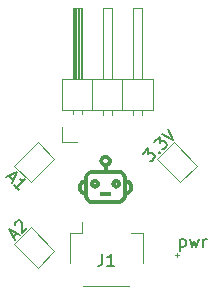
<source format=gto>
G04 #@! TF.GenerationSoftware,KiCad,Pcbnew,(5.1.5-0-10_14)*
G04 #@! TF.CreationDate,2020-09-28T19:56:29+02:00*
G04 #@! TF.ProjectId,Encoder,456e636f-6465-4722-9e6b-696361645f70,1.1*
G04 #@! TF.SameCoordinates,Original*
G04 #@! TF.FileFunction,Legend,Top*
G04 #@! TF.FilePolarity,Positive*
%FSLAX46Y46*%
G04 Gerber Fmt 4.6, Leading zero omitted, Abs format (unit mm)*
G04 Created by KiCad (PCBNEW (5.1.5-0-10_14)) date 2020-09-28 19:56:29*
%MOMM*%
%LPD*%
G04 APERTURE LIST*
%ADD10C,0.150000*%
%ADD11C,0.100000*%
%ADD12C,0.010000*%
%ADD13C,0.120000*%
G04 APERTURE END LIST*
D10*
X123440380Y-96197714D02*
X123440380Y-97197714D01*
X123440380Y-96245333D02*
X123535619Y-96197714D01*
X123726095Y-96197714D01*
X123821333Y-96245333D01*
X123868952Y-96292952D01*
X123916571Y-96388190D01*
X123916571Y-96673904D01*
X123868952Y-96769142D01*
X123821333Y-96816761D01*
X123726095Y-96864380D01*
X123535619Y-96864380D01*
X123440380Y-96816761D01*
X124249904Y-96197714D02*
X124440380Y-96864380D01*
X124630857Y-96388190D01*
X124821333Y-96864380D01*
X125011809Y-96197714D01*
X125392761Y-96864380D02*
X125392761Y-96197714D01*
X125392761Y-96388190D02*
X125440380Y-96292952D01*
X125488000Y-96245333D01*
X125583238Y-96197714D01*
X125678476Y-96197714D01*
D11*
X122997523Y-97547714D02*
X123378476Y-97547714D01*
X123188000Y-97738190D02*
X123188000Y-97357238D01*
D10*
X120256950Y-88968599D02*
X120694683Y-88530866D01*
X120728355Y-89035942D01*
X120829370Y-88934927D01*
X120930385Y-88901255D01*
X120997729Y-88901255D01*
X121098744Y-88934927D01*
X121267103Y-89103286D01*
X121300774Y-89204301D01*
X121300774Y-89271644D01*
X121267103Y-89372660D01*
X121065072Y-89574690D01*
X120964057Y-89608362D01*
X120896713Y-89608362D01*
X121637492Y-88867583D02*
X121704835Y-88867583D01*
X121704835Y-88934927D01*
X121637492Y-88934927D01*
X121637492Y-88867583D01*
X121704835Y-88934927D01*
X121267103Y-87958446D02*
X121704835Y-87520713D01*
X121738507Y-88025790D01*
X121839522Y-87924774D01*
X121940538Y-87891103D01*
X122007881Y-87891103D01*
X122108896Y-87924774D01*
X122277255Y-88093133D01*
X122310927Y-88194148D01*
X122310927Y-88261492D01*
X122277255Y-88362507D01*
X122075225Y-88564538D01*
X121974209Y-88598209D01*
X121906866Y-88598209D01*
X121906866Y-87318683D02*
X122849675Y-87790087D01*
X122378270Y-86847278D01*
D12*
G36*
X117185813Y-89078727D02*
G01*
X117274492Y-89105754D01*
X117356214Y-89151470D01*
X117432220Y-89216424D01*
X117441277Y-89225813D01*
X117496120Y-89294035D01*
X117534130Y-89366369D01*
X117556500Y-89446251D01*
X117564428Y-89537117D01*
X117563802Y-89577832D01*
X117561144Y-89626676D01*
X117556585Y-89662803D01*
X117548295Y-89693815D01*
X117534443Y-89727313D01*
X117521155Y-89754900D01*
X117469950Y-89838937D01*
X117406455Y-89907385D01*
X117328771Y-89962118D01*
X117291514Y-89981440D01*
X117210471Y-90019800D01*
X117210195Y-90179820D01*
X117209920Y-90339840D01*
X117705220Y-90340016D01*
X117827095Y-90340140D01*
X117930638Y-90340523D01*
X118017835Y-90341319D01*
X118090672Y-90342683D01*
X118151137Y-90344769D01*
X118201215Y-90347733D01*
X118242894Y-90351728D01*
X118278160Y-90356911D01*
X118309001Y-90363434D01*
X118337402Y-90371454D01*
X118365351Y-90381124D01*
X118394834Y-90392601D01*
X118398281Y-90393990D01*
X118485129Y-90434841D01*
X118562410Y-90484609D01*
X118637244Y-90548025D01*
X118653153Y-90563360D01*
X118735560Y-90657663D01*
X118799593Y-90760636D01*
X118839969Y-90856145D01*
X118857983Y-90919449D01*
X118872764Y-90990991D01*
X118882734Y-91061740D01*
X118886320Y-91121764D01*
X118887879Y-91147382D01*
X118896524Y-91159841D01*
X118918203Y-91166270D01*
X118924420Y-91167422D01*
X118971138Y-91181054D01*
X119026766Y-91205237D01*
X119085289Y-91236730D01*
X119140698Y-91272289D01*
X119186981Y-91308672D01*
X119188044Y-91309632D01*
X119254196Y-91379786D01*
X119312251Y-91461103D01*
X119357513Y-91546610D01*
X119371777Y-91582650D01*
X119390854Y-91656344D01*
X119401502Y-91740670D01*
X119403313Y-91827594D01*
X119395882Y-91909078D01*
X119389839Y-91940040D01*
X119355383Y-92043737D01*
X119303380Y-92140275D01*
X119236023Y-92227306D01*
X119155506Y-92302481D01*
X119064023Y-92363453D01*
X118963768Y-92407873D01*
X118947849Y-92413043D01*
X118916188Y-92424774D01*
X118893002Y-92436939D01*
X118885128Y-92444267D01*
X118880292Y-92460767D01*
X118874004Y-92491060D01*
X118867571Y-92528808D01*
X118867154Y-92531531D01*
X118840587Y-92640373D01*
X118795662Y-92744248D01*
X118734122Y-92841159D01*
X118657712Y-92929109D01*
X118568174Y-93006100D01*
X118467254Y-93070136D01*
X118356694Y-93119217D01*
X118352920Y-93120553D01*
X118271640Y-93149080D01*
X117113400Y-93150938D01*
X116927705Y-93151194D01*
X116761306Y-93151328D01*
X116613178Y-93151330D01*
X116482296Y-93151191D01*
X116367636Y-93150900D01*
X116268173Y-93150449D01*
X116182883Y-93149826D01*
X116110741Y-93149023D01*
X116050724Y-93148031D01*
X116001806Y-93146838D01*
X115962963Y-93145435D01*
X115933170Y-93143814D01*
X115911404Y-93141963D01*
X115896639Y-93139873D01*
X115894200Y-93139374D01*
X115783514Y-93105291D01*
X115679482Y-93054326D01*
X115584082Y-92988537D01*
X115499295Y-92909979D01*
X115427101Y-92820708D01*
X115369479Y-92722779D01*
X115328410Y-92618250D01*
X115308845Y-92531531D01*
X115302450Y-92493502D01*
X115296110Y-92462490D01*
X115291131Y-92444833D01*
X115290871Y-92444267D01*
X115277988Y-92433823D01*
X115251901Y-92421459D01*
X115228150Y-92413043D01*
X115138958Y-92378080D01*
X115057795Y-92329852D01*
X114979815Y-92265335D01*
X114959254Y-92245310D01*
X114885903Y-92160655D01*
X114831590Y-92071996D01*
X114795442Y-91977054D01*
X114776585Y-91873550D01*
X114774263Y-91773106D01*
X115018299Y-91773106D01*
X115023007Y-91853119D01*
X115023197Y-91854151D01*
X115048697Y-91943107D01*
X115089541Y-92020416D01*
X115135971Y-92075925D01*
X115167798Y-92103581D01*
X115203950Y-92129948D01*
X115239177Y-92151695D01*
X115268229Y-92165490D01*
X115282060Y-92168631D01*
X115283785Y-92158846D01*
X115285374Y-92130977D01*
X115286781Y-92087261D01*
X115287960Y-92029932D01*
X115288866Y-91961229D01*
X115289454Y-91883386D01*
X115289679Y-91798640D01*
X115289680Y-91792720D01*
X115289538Y-91707587D01*
X115289137Y-91629207D01*
X115288507Y-91559814D01*
X115287680Y-91501645D01*
X115287662Y-91500824D01*
X115545260Y-91500824D01*
X115545471Y-91647018D01*
X115545896Y-91778108D01*
X115548760Y-92509000D01*
X115572692Y-92568336D01*
X115620893Y-92662437D01*
X115683619Y-92743517D01*
X115759243Y-92810202D01*
X115846139Y-92861117D01*
X115942680Y-92894889D01*
X115965320Y-92899936D01*
X115982270Y-92901301D01*
X116017894Y-92902558D01*
X116070544Y-92903708D01*
X116138573Y-92904749D01*
X116220335Y-92905681D01*
X116314182Y-92906502D01*
X116418469Y-92907214D01*
X116531547Y-92907814D01*
X116651772Y-92908302D01*
X116777495Y-92908677D01*
X116907069Y-92908940D01*
X117038849Y-92909088D01*
X117171187Y-92909122D01*
X117302437Y-92909041D01*
X117430951Y-92908844D01*
X117555084Y-92908530D01*
X117673187Y-92908099D01*
X117783615Y-92907550D01*
X117884721Y-92906883D01*
X117974857Y-92906096D01*
X118052377Y-92905189D01*
X118115635Y-92904162D01*
X118162983Y-92903014D01*
X118192775Y-92901744D01*
X118202014Y-92900839D01*
X118302770Y-92871864D01*
X118393507Y-92825636D01*
X118472854Y-92763291D01*
X118539441Y-92685965D01*
X118591899Y-92594793D01*
X118603307Y-92568336D01*
X118627240Y-92509000D01*
X118630068Y-91786918D01*
X118886320Y-91786918D01*
X118886320Y-92170009D01*
X118909180Y-92163365D01*
X118929503Y-92154282D01*
X118959333Y-92137356D01*
X118986977Y-92119702D01*
X119052323Y-92064274D01*
X119102104Y-91998280D01*
X119136092Y-91924482D01*
X119154060Y-91845646D01*
X119155780Y-91764533D01*
X119141025Y-91683909D01*
X119109565Y-91606536D01*
X119061174Y-91535177D01*
X119037301Y-91509211D01*
X119011071Y-91486374D01*
X118978114Y-91462270D01*
X118943868Y-91440353D01*
X118913770Y-91424075D01*
X118893260Y-91416887D01*
X118891737Y-91416800D01*
X118890511Y-91426587D01*
X118889383Y-91454460D01*
X118888383Y-91498185D01*
X118887545Y-91555528D01*
X118886900Y-91624253D01*
X118886481Y-91702128D01*
X118886320Y-91786918D01*
X118630068Y-91786918D01*
X118630103Y-91778108D01*
X118630599Y-91609897D01*
X118630690Y-91461966D01*
X118630376Y-91334280D01*
X118629655Y-91226804D01*
X118628528Y-91139501D01*
X118626994Y-91072338D01*
X118625053Y-91025277D01*
X118622705Y-90998284D01*
X118622153Y-90995128D01*
X118593381Y-90905147D01*
X118546852Y-90821381D01*
X118484771Y-90746269D01*
X118409347Y-90682251D01*
X118322787Y-90631765D01*
X118275567Y-90612195D01*
X118210680Y-90588760D01*
X117148960Y-90585810D01*
X116966065Y-90585406D01*
X116796705Y-90585243D01*
X116641591Y-90585317D01*
X116501436Y-90585623D01*
X116376950Y-90586158D01*
X116268845Y-90586916D01*
X116177834Y-90587892D01*
X116104628Y-90589083D01*
X116049939Y-90590484D01*
X116014479Y-90592091D01*
X116003699Y-90593027D01*
X115908158Y-90612103D01*
X115823591Y-90645754D01*
X115745942Y-90696001D01*
X115682906Y-90752702D01*
X115639044Y-90806665D01*
X115599586Y-90872577D01*
X115569011Y-90942069D01*
X115554263Y-90993120D01*
X115551817Y-91013902D01*
X115549767Y-91051099D01*
X115548107Y-91105212D01*
X115546832Y-91176740D01*
X115545936Y-91266185D01*
X115545414Y-91374046D01*
X115545260Y-91500824D01*
X115287662Y-91500824D01*
X115286690Y-91456937D01*
X115285568Y-91427925D01*
X115284347Y-91416846D01*
X115284262Y-91416800D01*
X115272903Y-91421030D01*
X115249467Y-91431909D01*
X115229661Y-91441722D01*
X115162136Y-91486720D01*
X115105417Y-91545994D01*
X115061325Y-91615907D01*
X115031678Y-91692823D01*
X115018299Y-91773106D01*
X114774263Y-91773106D01*
X114774011Y-91762240D01*
X114787675Y-91648454D01*
X114818953Y-91544407D01*
X114868374Y-91448961D01*
X114936471Y-91360981D01*
X114983749Y-91313827D01*
X115032241Y-91274847D01*
X115089319Y-91237465D01*
X115149106Y-91204906D01*
X115205722Y-91180396D01*
X115250147Y-91167691D01*
X115286814Y-91161076D01*
X115293526Y-91073764D01*
X115306584Y-90967277D01*
X115329005Y-90873731D01*
X115360413Y-90791184D01*
X115419669Y-90684678D01*
X115495208Y-90588976D01*
X115585058Y-90505954D01*
X115687247Y-90437489D01*
X115777718Y-90393990D01*
X115807494Y-90382304D01*
X115835515Y-90372441D01*
X115863768Y-90364246D01*
X115894240Y-90357564D01*
X115928918Y-90352241D01*
X115969789Y-90348122D01*
X116018839Y-90345052D01*
X116078055Y-90342876D01*
X116149424Y-90341440D01*
X116234932Y-90340588D01*
X116336566Y-90340167D01*
X116456313Y-90340022D01*
X116470780Y-90340016D01*
X116966080Y-90339840D01*
X116965528Y-90019800D01*
X116884485Y-89981440D01*
X116800285Y-89931900D01*
X116731071Y-89869431D01*
X116674943Y-89792160D01*
X116654844Y-89754900D01*
X116636246Y-89715490D01*
X116624437Y-89683656D01*
X116617583Y-89651793D01*
X116613856Y-89612302D01*
X116612197Y-89577832D01*
X116612530Y-89568150D01*
X116855793Y-89568150D01*
X116861296Y-89600799D01*
X116875985Y-89638563D01*
X116877225Y-89641284D01*
X116914373Y-89700143D01*
X116963500Y-89743746D01*
X117021880Y-89770863D01*
X117086786Y-89780263D01*
X117155493Y-89770713D01*
X117160558Y-89769248D01*
X117212102Y-89744151D01*
X117258263Y-89703541D01*
X117293930Y-89652223D01*
X117301119Y-89637106D01*
X117318063Y-89573666D01*
X117316163Y-89509976D01*
X117296560Y-89449463D01*
X117260395Y-89395553D01*
X117208809Y-89351673D01*
X117205368Y-89349508D01*
X117173246Y-89331783D01*
X117144158Y-89322451D01*
X117108627Y-89319031D01*
X117088000Y-89318760D01*
X117046473Y-89320329D01*
X117015657Y-89326691D01*
X116986074Y-89340330D01*
X116970631Y-89349508D01*
X116917545Y-89393749D01*
X116879817Y-89450085D01*
X116859376Y-89515444D01*
X116857514Y-89529500D01*
X116855793Y-89568150D01*
X116612530Y-89568150D01*
X116615664Y-89477192D01*
X116635175Y-89387952D01*
X116671495Y-89308115D01*
X116725391Y-89235681D01*
X116755047Y-89205474D01*
X116830351Y-89144479D01*
X116908339Y-89102443D01*
X116992337Y-89078017D01*
X117085668Y-89069848D01*
X117088938Y-89069839D01*
X117185813Y-89078727D01*
G37*
X117185813Y-89078727D02*
X117274492Y-89105754D01*
X117356214Y-89151470D01*
X117432220Y-89216424D01*
X117441277Y-89225813D01*
X117496120Y-89294035D01*
X117534130Y-89366369D01*
X117556500Y-89446251D01*
X117564428Y-89537117D01*
X117563802Y-89577832D01*
X117561144Y-89626676D01*
X117556585Y-89662803D01*
X117548295Y-89693815D01*
X117534443Y-89727313D01*
X117521155Y-89754900D01*
X117469950Y-89838937D01*
X117406455Y-89907385D01*
X117328771Y-89962118D01*
X117291514Y-89981440D01*
X117210471Y-90019800D01*
X117210195Y-90179820D01*
X117209920Y-90339840D01*
X117705220Y-90340016D01*
X117827095Y-90340140D01*
X117930638Y-90340523D01*
X118017835Y-90341319D01*
X118090672Y-90342683D01*
X118151137Y-90344769D01*
X118201215Y-90347733D01*
X118242894Y-90351728D01*
X118278160Y-90356911D01*
X118309001Y-90363434D01*
X118337402Y-90371454D01*
X118365351Y-90381124D01*
X118394834Y-90392601D01*
X118398281Y-90393990D01*
X118485129Y-90434841D01*
X118562410Y-90484609D01*
X118637244Y-90548025D01*
X118653153Y-90563360D01*
X118735560Y-90657663D01*
X118799593Y-90760636D01*
X118839969Y-90856145D01*
X118857983Y-90919449D01*
X118872764Y-90990991D01*
X118882734Y-91061740D01*
X118886320Y-91121764D01*
X118887879Y-91147382D01*
X118896524Y-91159841D01*
X118918203Y-91166270D01*
X118924420Y-91167422D01*
X118971138Y-91181054D01*
X119026766Y-91205237D01*
X119085289Y-91236730D01*
X119140698Y-91272289D01*
X119186981Y-91308672D01*
X119188044Y-91309632D01*
X119254196Y-91379786D01*
X119312251Y-91461103D01*
X119357513Y-91546610D01*
X119371777Y-91582650D01*
X119390854Y-91656344D01*
X119401502Y-91740670D01*
X119403313Y-91827594D01*
X119395882Y-91909078D01*
X119389839Y-91940040D01*
X119355383Y-92043737D01*
X119303380Y-92140275D01*
X119236023Y-92227306D01*
X119155506Y-92302481D01*
X119064023Y-92363453D01*
X118963768Y-92407873D01*
X118947849Y-92413043D01*
X118916188Y-92424774D01*
X118893002Y-92436939D01*
X118885128Y-92444267D01*
X118880292Y-92460767D01*
X118874004Y-92491060D01*
X118867571Y-92528808D01*
X118867154Y-92531531D01*
X118840587Y-92640373D01*
X118795662Y-92744248D01*
X118734122Y-92841159D01*
X118657712Y-92929109D01*
X118568174Y-93006100D01*
X118467254Y-93070136D01*
X118356694Y-93119217D01*
X118352920Y-93120553D01*
X118271640Y-93149080D01*
X117113400Y-93150938D01*
X116927705Y-93151194D01*
X116761306Y-93151328D01*
X116613178Y-93151330D01*
X116482296Y-93151191D01*
X116367636Y-93150900D01*
X116268173Y-93150449D01*
X116182883Y-93149826D01*
X116110741Y-93149023D01*
X116050724Y-93148031D01*
X116001806Y-93146838D01*
X115962963Y-93145435D01*
X115933170Y-93143814D01*
X115911404Y-93141963D01*
X115896639Y-93139873D01*
X115894200Y-93139374D01*
X115783514Y-93105291D01*
X115679482Y-93054326D01*
X115584082Y-92988537D01*
X115499295Y-92909979D01*
X115427101Y-92820708D01*
X115369479Y-92722779D01*
X115328410Y-92618250D01*
X115308845Y-92531531D01*
X115302450Y-92493502D01*
X115296110Y-92462490D01*
X115291131Y-92444833D01*
X115290871Y-92444267D01*
X115277988Y-92433823D01*
X115251901Y-92421459D01*
X115228150Y-92413043D01*
X115138958Y-92378080D01*
X115057795Y-92329852D01*
X114979815Y-92265335D01*
X114959254Y-92245310D01*
X114885903Y-92160655D01*
X114831590Y-92071996D01*
X114795442Y-91977054D01*
X114776585Y-91873550D01*
X114774263Y-91773106D01*
X115018299Y-91773106D01*
X115023007Y-91853119D01*
X115023197Y-91854151D01*
X115048697Y-91943107D01*
X115089541Y-92020416D01*
X115135971Y-92075925D01*
X115167798Y-92103581D01*
X115203950Y-92129948D01*
X115239177Y-92151695D01*
X115268229Y-92165490D01*
X115282060Y-92168631D01*
X115283785Y-92158846D01*
X115285374Y-92130977D01*
X115286781Y-92087261D01*
X115287960Y-92029932D01*
X115288866Y-91961229D01*
X115289454Y-91883386D01*
X115289679Y-91798640D01*
X115289680Y-91792720D01*
X115289538Y-91707587D01*
X115289137Y-91629207D01*
X115288507Y-91559814D01*
X115287680Y-91501645D01*
X115287662Y-91500824D01*
X115545260Y-91500824D01*
X115545471Y-91647018D01*
X115545896Y-91778108D01*
X115548760Y-92509000D01*
X115572692Y-92568336D01*
X115620893Y-92662437D01*
X115683619Y-92743517D01*
X115759243Y-92810202D01*
X115846139Y-92861117D01*
X115942680Y-92894889D01*
X115965320Y-92899936D01*
X115982270Y-92901301D01*
X116017894Y-92902558D01*
X116070544Y-92903708D01*
X116138573Y-92904749D01*
X116220335Y-92905681D01*
X116314182Y-92906502D01*
X116418469Y-92907214D01*
X116531547Y-92907814D01*
X116651772Y-92908302D01*
X116777495Y-92908677D01*
X116907069Y-92908940D01*
X117038849Y-92909088D01*
X117171187Y-92909122D01*
X117302437Y-92909041D01*
X117430951Y-92908844D01*
X117555084Y-92908530D01*
X117673187Y-92908099D01*
X117783615Y-92907550D01*
X117884721Y-92906883D01*
X117974857Y-92906096D01*
X118052377Y-92905189D01*
X118115635Y-92904162D01*
X118162983Y-92903014D01*
X118192775Y-92901744D01*
X118202014Y-92900839D01*
X118302770Y-92871864D01*
X118393507Y-92825636D01*
X118472854Y-92763291D01*
X118539441Y-92685965D01*
X118591899Y-92594793D01*
X118603307Y-92568336D01*
X118627240Y-92509000D01*
X118630068Y-91786918D01*
X118886320Y-91786918D01*
X118886320Y-92170009D01*
X118909180Y-92163365D01*
X118929503Y-92154282D01*
X118959333Y-92137356D01*
X118986977Y-92119702D01*
X119052323Y-92064274D01*
X119102104Y-91998280D01*
X119136092Y-91924482D01*
X119154060Y-91845646D01*
X119155780Y-91764533D01*
X119141025Y-91683909D01*
X119109565Y-91606536D01*
X119061174Y-91535177D01*
X119037301Y-91509211D01*
X119011071Y-91486374D01*
X118978114Y-91462270D01*
X118943868Y-91440353D01*
X118913770Y-91424075D01*
X118893260Y-91416887D01*
X118891737Y-91416800D01*
X118890511Y-91426587D01*
X118889383Y-91454460D01*
X118888383Y-91498185D01*
X118887545Y-91555528D01*
X118886900Y-91624253D01*
X118886481Y-91702128D01*
X118886320Y-91786918D01*
X118630068Y-91786918D01*
X118630103Y-91778108D01*
X118630599Y-91609897D01*
X118630690Y-91461966D01*
X118630376Y-91334280D01*
X118629655Y-91226804D01*
X118628528Y-91139501D01*
X118626994Y-91072338D01*
X118625053Y-91025277D01*
X118622705Y-90998284D01*
X118622153Y-90995128D01*
X118593381Y-90905147D01*
X118546852Y-90821381D01*
X118484771Y-90746269D01*
X118409347Y-90682251D01*
X118322787Y-90631765D01*
X118275567Y-90612195D01*
X118210680Y-90588760D01*
X117148960Y-90585810D01*
X116966065Y-90585406D01*
X116796705Y-90585243D01*
X116641591Y-90585317D01*
X116501436Y-90585623D01*
X116376950Y-90586158D01*
X116268845Y-90586916D01*
X116177834Y-90587892D01*
X116104628Y-90589083D01*
X116049939Y-90590484D01*
X116014479Y-90592091D01*
X116003699Y-90593027D01*
X115908158Y-90612103D01*
X115823591Y-90645754D01*
X115745942Y-90696001D01*
X115682906Y-90752702D01*
X115639044Y-90806665D01*
X115599586Y-90872577D01*
X115569011Y-90942069D01*
X115554263Y-90993120D01*
X115551817Y-91013902D01*
X115549767Y-91051099D01*
X115548107Y-91105212D01*
X115546832Y-91176740D01*
X115545936Y-91266185D01*
X115545414Y-91374046D01*
X115545260Y-91500824D01*
X115287662Y-91500824D01*
X115286690Y-91456937D01*
X115285568Y-91427925D01*
X115284347Y-91416846D01*
X115284262Y-91416800D01*
X115272903Y-91421030D01*
X115249467Y-91431909D01*
X115229661Y-91441722D01*
X115162136Y-91486720D01*
X115105417Y-91545994D01*
X115061325Y-91615907D01*
X115031678Y-91692823D01*
X115018299Y-91773106D01*
X114774263Y-91773106D01*
X114774011Y-91762240D01*
X114787675Y-91648454D01*
X114818953Y-91544407D01*
X114868374Y-91448961D01*
X114936471Y-91360981D01*
X114983749Y-91313827D01*
X115032241Y-91274847D01*
X115089319Y-91237465D01*
X115149106Y-91204906D01*
X115205722Y-91180396D01*
X115250147Y-91167691D01*
X115286814Y-91161076D01*
X115293526Y-91073764D01*
X115306584Y-90967277D01*
X115329005Y-90873731D01*
X115360413Y-90791184D01*
X115419669Y-90684678D01*
X115495208Y-90588976D01*
X115585058Y-90505954D01*
X115687247Y-90437489D01*
X115777718Y-90393990D01*
X115807494Y-90382304D01*
X115835515Y-90372441D01*
X115863768Y-90364246D01*
X115894240Y-90357564D01*
X115928918Y-90352241D01*
X115969789Y-90348122D01*
X116018839Y-90345052D01*
X116078055Y-90342876D01*
X116149424Y-90341440D01*
X116234932Y-90340588D01*
X116336566Y-90340167D01*
X116456313Y-90340022D01*
X116470780Y-90340016D01*
X116966080Y-90339840D01*
X116965528Y-90019800D01*
X116884485Y-89981440D01*
X116800285Y-89931900D01*
X116731071Y-89869431D01*
X116674943Y-89792160D01*
X116654844Y-89754900D01*
X116636246Y-89715490D01*
X116624437Y-89683656D01*
X116617583Y-89651793D01*
X116613856Y-89612302D01*
X116612197Y-89577832D01*
X116612530Y-89568150D01*
X116855793Y-89568150D01*
X116861296Y-89600799D01*
X116875985Y-89638563D01*
X116877225Y-89641284D01*
X116914373Y-89700143D01*
X116963500Y-89743746D01*
X117021880Y-89770863D01*
X117086786Y-89780263D01*
X117155493Y-89770713D01*
X117160558Y-89769248D01*
X117212102Y-89744151D01*
X117258263Y-89703541D01*
X117293930Y-89652223D01*
X117301119Y-89637106D01*
X117318063Y-89573666D01*
X117316163Y-89509976D01*
X117296560Y-89449463D01*
X117260395Y-89395553D01*
X117208809Y-89351673D01*
X117205368Y-89349508D01*
X117173246Y-89331783D01*
X117144158Y-89322451D01*
X117108627Y-89319031D01*
X117088000Y-89318760D01*
X117046473Y-89320329D01*
X117015657Y-89326691D01*
X116986074Y-89340330D01*
X116970631Y-89349508D01*
X116917545Y-89393749D01*
X116879817Y-89450085D01*
X116859376Y-89515444D01*
X116857514Y-89529500D01*
X116855793Y-89568150D01*
X116612530Y-89568150D01*
X116615664Y-89477192D01*
X116635175Y-89387952D01*
X116671495Y-89308115D01*
X116725391Y-89235681D01*
X116755047Y-89205474D01*
X116830351Y-89144479D01*
X116908339Y-89102443D01*
X116992337Y-89078017D01*
X117085668Y-89069848D01*
X117088938Y-89069839D01*
X117185813Y-89078727D01*
G36*
X117197648Y-92220074D02*
G01*
X117269977Y-92220995D01*
X117334828Y-92222394D01*
X117389111Y-92224273D01*
X117429740Y-92226630D01*
X117453625Y-92229466D01*
X117455646Y-92229953D01*
X117499414Y-92251753D01*
X117529917Y-92287255D01*
X117544393Y-92332837D01*
X117545200Y-92347368D01*
X117542299Y-92379576D01*
X117530839Y-92405313D01*
X117510430Y-92430409D01*
X117475660Y-92468360D01*
X117101490Y-92470862D01*
X117001891Y-92471423D01*
X116920589Y-92471599D01*
X116855562Y-92471326D01*
X116804788Y-92470540D01*
X116766247Y-92469174D01*
X116737917Y-92467164D01*
X116717776Y-92464446D01*
X116703805Y-92460955D01*
X116696318Y-92457870D01*
X116660744Y-92429810D01*
X116638436Y-92391059D01*
X116630542Y-92347050D01*
X116638214Y-92303222D01*
X116656853Y-92271316D01*
X116684369Y-92247638D01*
X116716900Y-92231007D01*
X116720353Y-92229953D01*
X116741340Y-92227042D01*
X116779553Y-92224610D01*
X116831904Y-92222656D01*
X116895306Y-92221182D01*
X116966669Y-92220186D01*
X117042906Y-92219670D01*
X117120928Y-92219633D01*
X117197648Y-92220074D01*
G37*
X117197648Y-92220074D02*
X117269977Y-92220995D01*
X117334828Y-92222394D01*
X117389111Y-92224273D01*
X117429740Y-92226630D01*
X117453625Y-92229466D01*
X117455646Y-92229953D01*
X117499414Y-92251753D01*
X117529917Y-92287255D01*
X117544393Y-92332837D01*
X117545200Y-92347368D01*
X117542299Y-92379576D01*
X117530839Y-92405313D01*
X117510430Y-92430409D01*
X117475660Y-92468360D01*
X117101490Y-92470862D01*
X117001891Y-92471423D01*
X116920589Y-92471599D01*
X116855562Y-92471326D01*
X116804788Y-92470540D01*
X116766247Y-92469174D01*
X116737917Y-92467164D01*
X116717776Y-92464446D01*
X116703805Y-92460955D01*
X116696318Y-92457870D01*
X116660744Y-92429810D01*
X116638436Y-92391059D01*
X116630542Y-92347050D01*
X116638214Y-92303222D01*
X116656853Y-92271316D01*
X116684369Y-92247638D01*
X116716900Y-92231007D01*
X116720353Y-92229953D01*
X116741340Y-92227042D01*
X116779553Y-92224610D01*
X116831904Y-92222656D01*
X116895306Y-92221182D01*
X116966669Y-92220186D01*
X117042906Y-92219670D01*
X117120928Y-92219633D01*
X117197648Y-92220074D01*
G36*
X116235036Y-91118741D02*
G01*
X116270275Y-91123646D01*
X116303837Y-91134321D01*
X116337696Y-91149274D01*
X116414241Y-91195754D01*
X116475873Y-91255990D01*
X116516153Y-91317393D01*
X116529103Y-91343799D01*
X116537380Y-91367572D01*
X116542010Y-91394534D01*
X116544020Y-91430509D01*
X116544440Y-91477760D01*
X116544080Y-91526476D01*
X116542181Y-91560904D01*
X116537514Y-91587073D01*
X116528851Y-91611011D01*
X116514962Y-91638749D01*
X116509592Y-91648712D01*
X116460167Y-91720228D01*
X116398652Y-91776085D01*
X116326711Y-91815224D01*
X116246002Y-91836585D01*
X116209715Y-91840009D01*
X116165023Y-91839777D01*
X116120740Y-91835815D01*
X116091098Y-91830102D01*
X116016127Y-91798700D01*
X115949534Y-91750469D01*
X115894235Y-91688147D01*
X115853139Y-91614475D01*
X115847854Y-91601229D01*
X115833079Y-91540174D01*
X115830471Y-91491922D01*
X116076225Y-91491922D01*
X116087539Y-91531396D01*
X116111656Y-91562614D01*
X116145024Y-91583496D01*
X116184095Y-91591966D01*
X116225319Y-91585947D01*
X116265145Y-91563360D01*
X116271591Y-91557657D01*
X116295673Y-91522916D01*
X116303525Y-91483330D01*
X116296950Y-91443419D01*
X116277752Y-91407701D01*
X116247735Y-91380694D01*
X116208702Y-91366916D01*
X116195089Y-91366037D01*
X116147617Y-91374888D01*
X116109435Y-91399515D01*
X116084412Y-91437192D01*
X116081262Y-91446267D01*
X116076225Y-91491922D01*
X115830471Y-91491922D01*
X115829314Y-91470539D01*
X115836296Y-91400652D01*
X115853764Y-91338841D01*
X115856279Y-91332972D01*
X115890246Y-91276248D01*
X115938320Y-91221757D01*
X115994614Y-91175333D01*
X116044340Y-91146658D01*
X116083504Y-91130692D01*
X116118915Y-91121806D01*
X116159925Y-91118124D01*
X116188840Y-91117634D01*
X116235036Y-91118741D01*
G37*
X116235036Y-91118741D02*
X116270275Y-91123646D01*
X116303837Y-91134321D01*
X116337696Y-91149274D01*
X116414241Y-91195754D01*
X116475873Y-91255990D01*
X116516153Y-91317393D01*
X116529103Y-91343799D01*
X116537380Y-91367572D01*
X116542010Y-91394534D01*
X116544020Y-91430509D01*
X116544440Y-91477760D01*
X116544080Y-91526476D01*
X116542181Y-91560904D01*
X116537514Y-91587073D01*
X116528851Y-91611011D01*
X116514962Y-91638749D01*
X116509592Y-91648712D01*
X116460167Y-91720228D01*
X116398652Y-91776085D01*
X116326711Y-91815224D01*
X116246002Y-91836585D01*
X116209715Y-91840009D01*
X116165023Y-91839777D01*
X116120740Y-91835815D01*
X116091098Y-91830102D01*
X116016127Y-91798700D01*
X115949534Y-91750469D01*
X115894235Y-91688147D01*
X115853139Y-91614475D01*
X115847854Y-91601229D01*
X115833079Y-91540174D01*
X115830471Y-91491922D01*
X116076225Y-91491922D01*
X116087539Y-91531396D01*
X116111656Y-91562614D01*
X116145024Y-91583496D01*
X116184095Y-91591966D01*
X116225319Y-91585947D01*
X116265145Y-91563360D01*
X116271591Y-91557657D01*
X116295673Y-91522916D01*
X116303525Y-91483330D01*
X116296950Y-91443419D01*
X116277752Y-91407701D01*
X116247735Y-91380694D01*
X116208702Y-91366916D01*
X116195089Y-91366037D01*
X116147617Y-91374888D01*
X116109435Y-91399515D01*
X116084412Y-91437192D01*
X116081262Y-91446267D01*
X116076225Y-91491922D01*
X115830471Y-91491922D01*
X115829314Y-91470539D01*
X115836296Y-91400652D01*
X115853764Y-91338841D01*
X115856279Y-91332972D01*
X115890246Y-91276248D01*
X115938320Y-91221757D01*
X115994614Y-91175333D01*
X116044340Y-91146658D01*
X116083504Y-91130692D01*
X116118915Y-91121806D01*
X116159925Y-91118124D01*
X116188840Y-91117634D01*
X116235036Y-91118741D01*
G36*
X118074438Y-91126923D02*
G01*
X118148362Y-91156017D01*
X118215592Y-91200719D01*
X118249498Y-91232766D01*
X118291048Y-91282304D01*
X118318682Y-91329184D01*
X118334804Y-91379721D01*
X118341812Y-91440229D01*
X118342653Y-91477760D01*
X118341911Y-91526946D01*
X118338751Y-91562757D01*
X118331964Y-91592101D01*
X118320341Y-91621888D01*
X118315630Y-91632156D01*
X118273181Y-91700250D01*
X118215574Y-91759261D01*
X118147504Y-91804457D01*
X118142096Y-91807163D01*
X118082477Y-91828172D01*
X118014104Y-91839373D01*
X117945164Y-91840111D01*
X117883845Y-91829726D01*
X117879160Y-91828282D01*
X117805714Y-91794449D01*
X117739949Y-91744363D01*
X117685684Y-91681722D01*
X117646734Y-91610223D01*
X117642470Y-91599022D01*
X117629188Y-91539663D01*
X117626719Y-91476108D01*
X117875400Y-91476108D01*
X117878132Y-91512703D01*
X117888213Y-91538279D01*
X117900240Y-91553364D01*
X117937739Y-91580228D01*
X117981251Y-91591195D01*
X118025070Y-91585905D01*
X118063492Y-91563998D01*
X118063831Y-91563693D01*
X118089822Y-91528117D01*
X118100073Y-91486572D01*
X118095006Y-91444520D01*
X118075043Y-91407425D01*
X118050106Y-91385872D01*
X118003745Y-91367793D01*
X117958018Y-91369052D01*
X117916082Y-91389431D01*
X117908580Y-91395646D01*
X117888035Y-91416795D01*
X117878260Y-91437783D01*
X117875457Y-91467817D01*
X117875400Y-91476108D01*
X117626719Y-91476108D01*
X117626530Y-91471264D01*
X117633973Y-91401777D01*
X117650998Y-91339152D01*
X117660955Y-91316665D01*
X117708513Y-91245516D01*
X117770451Y-91188017D01*
X117844986Y-91145504D01*
X117922304Y-91120956D01*
X117997770Y-91114786D01*
X118074438Y-91126923D01*
G37*
X118074438Y-91126923D02*
X118148362Y-91156017D01*
X118215592Y-91200719D01*
X118249498Y-91232766D01*
X118291048Y-91282304D01*
X118318682Y-91329184D01*
X118334804Y-91379721D01*
X118341812Y-91440229D01*
X118342653Y-91477760D01*
X118341911Y-91526946D01*
X118338751Y-91562757D01*
X118331964Y-91592101D01*
X118320341Y-91621888D01*
X118315630Y-91632156D01*
X118273181Y-91700250D01*
X118215574Y-91759261D01*
X118147504Y-91804457D01*
X118142096Y-91807163D01*
X118082477Y-91828172D01*
X118014104Y-91839373D01*
X117945164Y-91840111D01*
X117883845Y-91829726D01*
X117879160Y-91828282D01*
X117805714Y-91794449D01*
X117739949Y-91744363D01*
X117685684Y-91681722D01*
X117646734Y-91610223D01*
X117642470Y-91599022D01*
X117629188Y-91539663D01*
X117626719Y-91476108D01*
X117875400Y-91476108D01*
X117878132Y-91512703D01*
X117888213Y-91538279D01*
X117900240Y-91553364D01*
X117937739Y-91580228D01*
X117981251Y-91591195D01*
X118025070Y-91585905D01*
X118063492Y-91563998D01*
X118063831Y-91563693D01*
X118089822Y-91528117D01*
X118100073Y-91486572D01*
X118095006Y-91444520D01*
X118075043Y-91407425D01*
X118050106Y-91385872D01*
X118003745Y-91367793D01*
X117958018Y-91369052D01*
X117916082Y-91389431D01*
X117908580Y-91395646D01*
X117888035Y-91416795D01*
X117878260Y-91437783D01*
X117875457Y-91467817D01*
X117875400Y-91476108D01*
X117626719Y-91476108D01*
X117626530Y-91471264D01*
X117633973Y-91401777D01*
X117650998Y-91339152D01*
X117660955Y-91316665D01*
X117708513Y-91245516D01*
X117770451Y-91188017D01*
X117844986Y-91145504D01*
X117922304Y-91120956D01*
X117997770Y-91114786D01*
X118074438Y-91126923D01*
D13*
X113478000Y-87982000D02*
X113478000Y-86712000D01*
X114748000Y-87982000D02*
X113478000Y-87982000D01*
X120208000Y-85669071D02*
X120208000Y-85272000D01*
X119448000Y-85669071D02*
X119448000Y-85272000D01*
X120208000Y-76612000D02*
X120208000Y-82612000D01*
X119448000Y-76612000D02*
X120208000Y-76612000D01*
X119448000Y-82612000D02*
X119448000Y-76612000D01*
X118558000Y-85272000D02*
X118558000Y-82612000D01*
X117668000Y-85669071D02*
X117668000Y-85272000D01*
X116908000Y-85669071D02*
X116908000Y-85272000D01*
X117668000Y-76612000D02*
X117668000Y-82612000D01*
X116908000Y-76612000D02*
X117668000Y-76612000D01*
X116908000Y-82612000D02*
X116908000Y-76612000D01*
X116018000Y-85272000D02*
X116018000Y-82612000D01*
X115128000Y-85602000D02*
X115128000Y-85272000D01*
X114368000Y-85602000D02*
X114368000Y-85272000D01*
X115028000Y-82612000D02*
X115028000Y-76612000D01*
X114908000Y-82612000D02*
X114908000Y-76612000D01*
X114788000Y-82612000D02*
X114788000Y-76612000D01*
X114668000Y-82612000D02*
X114668000Y-76612000D01*
X114548000Y-82612000D02*
X114548000Y-76612000D01*
X114428000Y-82612000D02*
X114428000Y-76612000D01*
X115128000Y-76612000D02*
X115128000Y-82612000D01*
X114368000Y-76612000D02*
X115128000Y-76612000D01*
X114368000Y-82612000D02*
X114368000Y-76612000D01*
X113418000Y-82612000D02*
X113418000Y-85272000D01*
X121158000Y-82612000D02*
X113418000Y-82612000D01*
X121158000Y-85272000D02*
X121158000Y-82612000D01*
X113418000Y-85272000D02*
X121158000Y-85272000D01*
D11*
X121148000Y-97012000D02*
G75*
G03X121148000Y-97012000I-50000J0D01*
G01*
D13*
X115248000Y-100197000D02*
X119128000Y-100197000D01*
X120298000Y-95727000D02*
X119248000Y-95727000D01*
X120298000Y-98227000D02*
X120298000Y-95727000D01*
X115128000Y-95727000D02*
X115128000Y-94737000D01*
X114078000Y-95727000D02*
X115128000Y-95727000D01*
X114078000Y-98227000D02*
X114078000Y-95727000D01*
X110817809Y-95214944D02*
X112797708Y-97194843D01*
X112797708Y-97194843D02*
X111383495Y-98609056D01*
X111383495Y-98609056D02*
X109403596Y-96629157D01*
X109403596Y-96629157D02*
X110817809Y-95214944D01*
X109403596Y-89982191D02*
X111383495Y-88002292D01*
X111383495Y-88002292D02*
X112797708Y-89416505D01*
X112797708Y-89416505D02*
X110817809Y-91396404D01*
X110817809Y-91396404D02*
X109403596Y-89982191D01*
X123470843Y-91409056D02*
X121490944Y-89429157D01*
X121490944Y-89429157D02*
X122905157Y-88014944D01*
X122905157Y-88014944D02*
X124885056Y-89994843D01*
X124885056Y-89994843D02*
X123470843Y-91409056D01*
D10*
X116854666Y-97472380D02*
X116854666Y-98186666D01*
X116807047Y-98329523D01*
X116711809Y-98424761D01*
X116568952Y-98472380D01*
X116473714Y-98472380D01*
X117854666Y-98472380D02*
X117283238Y-98472380D01*
X117568952Y-98472380D02*
X117568952Y-97472380D01*
X117473714Y-97615238D01*
X117378476Y-97710476D01*
X117283238Y-97758095D01*
X109300774Y-96034927D02*
X109637492Y-95698209D01*
X109435461Y-96304301D02*
X108964057Y-95361492D01*
X109906866Y-95832896D01*
X109469133Y-94991103D02*
X109469133Y-94923759D01*
X109502805Y-94822744D01*
X109671164Y-94654385D01*
X109772179Y-94620713D01*
X109839522Y-94620713D01*
X109940538Y-94654385D01*
X110007881Y-94721729D01*
X110075225Y-94856416D01*
X110075225Y-95664538D01*
X110512957Y-95226805D01*
X108965072Y-90824774D02*
X109301790Y-91161492D01*
X108695698Y-90959461D02*
X109638507Y-90488057D01*
X109167103Y-91430866D01*
X109773194Y-92036957D02*
X109369133Y-91632896D01*
X109571164Y-91834927D02*
X110278270Y-91127820D01*
X110109912Y-91161492D01*
X109975225Y-91161492D01*
X109874209Y-91127820D01*
M02*

</source>
